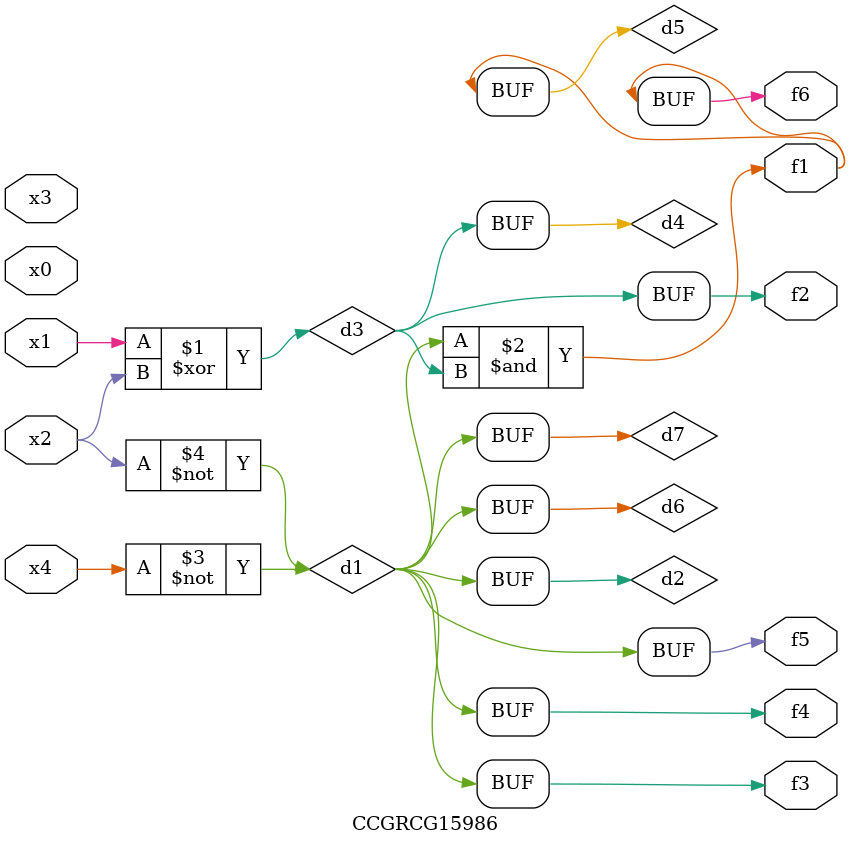
<source format=v>
module CCGRCG15986(
	input x0, x1, x2, x3, x4,
	output f1, f2, f3, f4, f5, f6
);

	wire d1, d2, d3, d4, d5, d6, d7;

	not (d1, x4);
	not (d2, x2);
	xor (d3, x1, x2);
	buf (d4, d3);
	and (d5, d1, d3);
	buf (d6, d1, d2);
	buf (d7, d2);
	assign f1 = d5;
	assign f2 = d4;
	assign f3 = d7;
	assign f4 = d7;
	assign f5 = d7;
	assign f6 = d5;
endmodule

</source>
